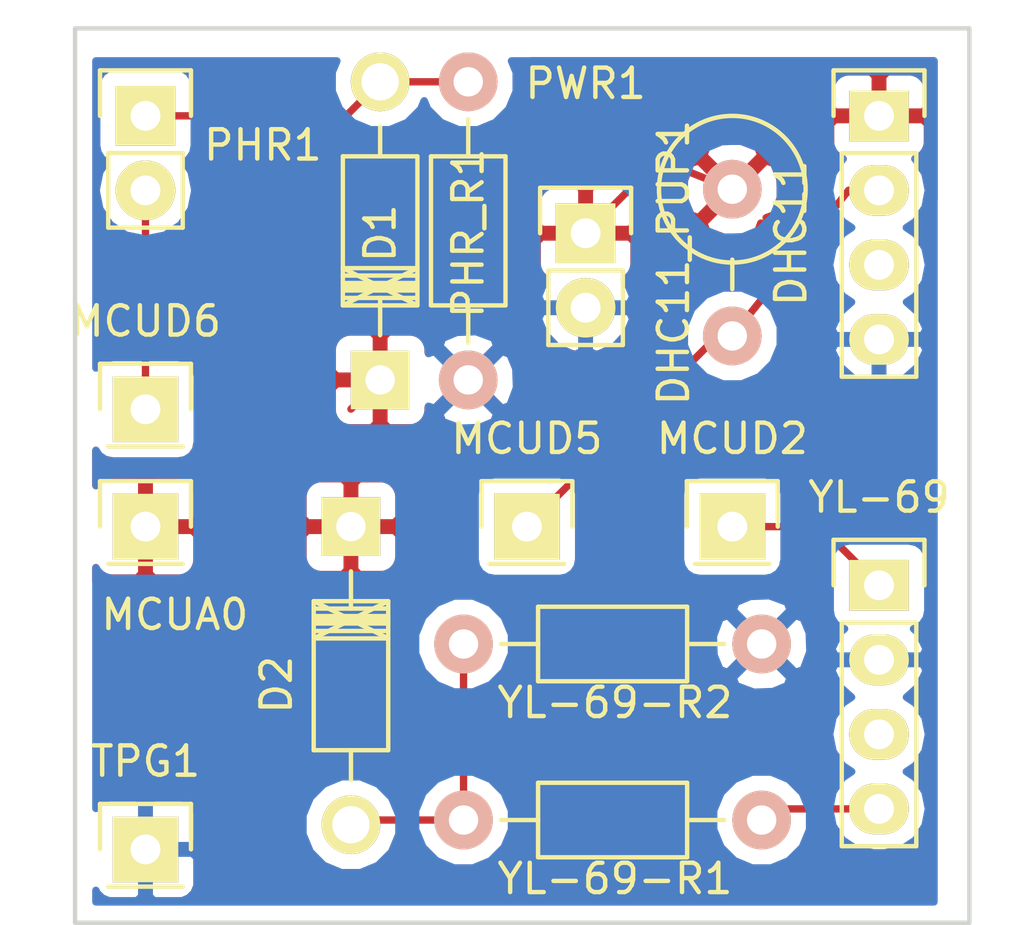
<source format=kicad_pcb>
(kicad_pcb (version 4) (host pcbnew 4.0.1-3.201512221402+6198~38~ubuntu14.04.1-stable)

  (general
    (links 18)
    (no_connects 0)
    (area 101.524999 32.944999 132.155001 63.575001)
    (thickness 1.6)
    (drawings 4)
    (tracks 18)
    (zones 0)
    (modules 15)
    (nets 12)
  )

  (page A4)
  (layers
    (0 F.Cu signal)
    (31 B.Cu signal hide)
    (32 B.Adhes user)
    (33 F.Adhes user)
    (34 B.Paste user)
    (35 F.Paste user)
    (36 B.SilkS user)
    (37 F.SilkS user)
    (38 B.Mask user)
    (39 F.Mask user)
    (40 Dwgs.User user)
    (41 Cmts.User user)
    (42 Eco1.User user)
    (43 Eco2.User user)
    (44 Edge.Cuts user)
    (45 Margin user)
    (46 B.CrtYd user)
    (47 F.CrtYd user)
    (48 B.Fab user)
    (49 F.Fab user)
  )

  (setup
    (last_trace_width 0.5)
    (trace_clearance 0.2)
    (zone_clearance 0.508)
    (zone_45_only no)
    (trace_min 0.2)
    (segment_width 0.2)
    (edge_width 0.15)
    (via_size 0.6)
    (via_drill 0.4)
    (via_min_size 0.4)
    (via_min_drill 0.3)
    (uvia_size 0.3)
    (uvia_drill 0.1)
    (uvias_allowed no)
    (uvia_min_size 0.2)
    (uvia_min_drill 0.1)
    (pcb_text_width 0.3)
    (pcb_text_size 1.5 1.5)
    (mod_edge_width 0.15)
    (mod_text_size 1 1)
    (mod_text_width 0.15)
    (pad_size 1.524 1.524)
    (pad_drill 0.762)
    (pad_to_mask_clearance 0.2)
    (aux_axis_origin 0 0)
    (visible_elements FFFFFF7F)
    (pcbplotparams
      (layerselection 0x010f0_80000001)
      (usegerberextensions true)
      (excludeedgelayer true)
      (linewidth 0.100000)
      (plotframeref false)
      (viasonmask false)
      (mode 1)
      (useauxorigin false)
      (hpglpennumber 1)
      (hpglpenspeed 20)
      (hpglpendiameter 15)
      (hpglpenoverlay 2)
      (psnegative false)
      (psa4output false)
      (plotreference true)
      (plotvalue true)
      (plotinvisibletext false)
      (padsonsilk false)
      (subtractmaskfromsilk false)
      (outputformat 1)
      (mirror false)
      (drillshape 0)
      (scaleselection 1)
      (outputdirectory export/))
  )

  (net 0 "")
  (net 1 "Net-(D1-Pad2)")
  (net 2 "Net-(D1-Pad1)")
  (net 3 "Net-(D2-Pad2)")
  (net 4 +3V3)
  (net 5 "Net-(DHC11-Pad2)")
  (net 6 "Net-(DHC11-Pad3)")
  (net 7 GND)
  (net 8 "Net-(YL-69-Pad3)")
  (net 9 "Net-(YL-69-Pad4)")
  (net 10 "Net-(MCUD2-Pad1)")
  (net 11 "Net-(MCUD6-Pad1)")

  (net_class Default "This is the default net class."
    (clearance 0.2)
    (trace_width 0.5)
    (via_dia 0.6)
    (via_drill 0.4)
    (uvia_dia 0.3)
    (uvia_drill 0.1)
    (add_net +3V3)
    (add_net GND)
    (add_net "Net-(D1-Pad1)")
    (add_net "Net-(D1-Pad2)")
    (add_net "Net-(D2-Pad2)")
    (add_net "Net-(DHC11-Pad2)")
    (add_net "Net-(DHC11-Pad3)")
    (add_net "Net-(MCUD2-Pad1)")
    (add_net "Net-(MCUD6-Pad1)")
    (add_net "Net-(YL-69-Pad3)")
    (add_net "Net-(YL-69-Pad4)")
  )

  (module Diodes_ThroughHole:Diode_DO-41_SOD81_Horizontal_RM10 (layer F.Cu) (tedit 5724B133) (tstamp 5724A93F)
    (at 112 45 90)
    (descr "Diode, DO-41, SOD81, Horizontal, RM 10mm,")
    (tags "Diode, DO-41, SOD81, Horizontal, RM 10mm, 1N4007, SB140,")
    (path /57243B4D)
    (fp_text reference D1 (at 5 0 90) (layer F.SilkS)
      (effects (font (size 1 1) (thickness 0.15)))
    )
    (fp_text value IN5817 (at 4.37134 -3.55854 90) (layer F.Fab)
      (effects (font (size 1 1) (thickness 0.15)))
    )
    (fp_line (start 7.62 -0.00254) (end 8.636 -0.00254) (layer F.SilkS) (width 0.15))
    (fp_line (start 2.794 -0.00254) (end 1.524 -0.00254) (layer F.SilkS) (width 0.15))
    (fp_line (start 3.048 -1.27254) (end 3.048 1.26746) (layer F.SilkS) (width 0.15))
    (fp_line (start 3.302 -1.27254) (end 3.302 1.26746) (layer F.SilkS) (width 0.15))
    (fp_line (start 3.556 -1.27254) (end 3.556 1.26746) (layer F.SilkS) (width 0.15))
    (fp_line (start 2.794 -1.27254) (end 2.794 1.26746) (layer F.SilkS) (width 0.15))
    (fp_line (start 3.81 -1.27254) (end 2.54 1.26746) (layer F.SilkS) (width 0.15))
    (fp_line (start 2.54 -1.27254) (end 3.81 1.26746) (layer F.SilkS) (width 0.15))
    (fp_line (start 3.81 -1.27254) (end 3.81 1.26746) (layer F.SilkS) (width 0.15))
    (fp_line (start 3.175 -1.27254) (end 3.175 1.26746) (layer F.SilkS) (width 0.15))
    (fp_line (start 2.54 1.26746) (end 2.54 -1.27254) (layer F.SilkS) (width 0.15))
    (fp_line (start 2.54 -1.27254) (end 7.62 -1.27254) (layer F.SilkS) (width 0.15))
    (fp_line (start 7.62 -1.27254) (end 7.62 1.26746) (layer F.SilkS) (width 0.15))
    (fp_line (start 7.62 1.26746) (end 2.54 1.26746) (layer F.SilkS) (width 0.15))
    (pad 2 thru_hole circle (at 10.16 -0.00254 270) (size 1.99898 1.99898) (drill 1.27) (layers *.Cu *.Mask F.SilkS)
      (net 1 "Net-(D1-Pad2)"))
    (pad 1 thru_hole rect (at 0 -0.00254 270) (size 1.99898 1.99898) (drill 1.00076) (layers *.Cu *.Mask F.SilkS)
      (net 2 "Net-(D1-Pad1)"))
  )

  (module Diodes_ThroughHole:Diode_DO-41_SOD81_Horizontal_RM10 (layer F.Cu) (tedit 552FFCCE) (tstamp 5724A953)
    (at 111 50 270)
    (descr "Diode, DO-41, SOD81, Horizontal, RM 10mm,")
    (tags "Diode, DO-41, SOD81, Horizontal, RM 10mm, 1N4007, SB140,")
    (path /57243ACA)
    (fp_text reference D2 (at 5.38734 2.53746 270) (layer F.SilkS)
      (effects (font (size 1 1) (thickness 0.15)))
    )
    (fp_text value IN5817 (at 4.37134 -3.55854 270) (layer F.Fab)
      (effects (font (size 1 1) (thickness 0.15)))
    )
    (fp_line (start 7.62 -0.00254) (end 8.636 -0.00254) (layer F.SilkS) (width 0.15))
    (fp_line (start 2.794 -0.00254) (end 1.524 -0.00254) (layer F.SilkS) (width 0.15))
    (fp_line (start 3.048 -1.27254) (end 3.048 1.26746) (layer F.SilkS) (width 0.15))
    (fp_line (start 3.302 -1.27254) (end 3.302 1.26746) (layer F.SilkS) (width 0.15))
    (fp_line (start 3.556 -1.27254) (end 3.556 1.26746) (layer F.SilkS) (width 0.15))
    (fp_line (start 2.794 -1.27254) (end 2.794 1.26746) (layer F.SilkS) (width 0.15))
    (fp_line (start 3.81 -1.27254) (end 2.54 1.26746) (layer F.SilkS) (width 0.15))
    (fp_line (start 2.54 -1.27254) (end 3.81 1.26746) (layer F.SilkS) (width 0.15))
    (fp_line (start 3.81 -1.27254) (end 3.81 1.26746) (layer F.SilkS) (width 0.15))
    (fp_line (start 3.175 -1.27254) (end 3.175 1.26746) (layer F.SilkS) (width 0.15))
    (fp_line (start 2.54 1.26746) (end 2.54 -1.27254) (layer F.SilkS) (width 0.15))
    (fp_line (start 2.54 -1.27254) (end 7.62 -1.27254) (layer F.SilkS) (width 0.15))
    (fp_line (start 7.62 -1.27254) (end 7.62 1.26746) (layer F.SilkS) (width 0.15))
    (fp_line (start 7.62 1.26746) (end 2.54 1.26746) (layer F.SilkS) (width 0.15))
    (pad 2 thru_hole circle (at 10.16 -0.00254 90) (size 1.99898 1.99898) (drill 1.27) (layers *.Cu *.Mask F.SilkS)
      (net 3 "Net-(D2-Pad2)"))
    (pad 1 thru_hole rect (at 0 -0.00254 90) (size 1.99898 1.99898) (drill 1.00076) (layers *.Cu *.Mask F.SilkS)
      (net 2 "Net-(D1-Pad1)"))
  )

  (module Pin_Headers:Pin_Header_Straight_1x04 (layer F.Cu) (tedit 5724B0DA) (tstamp 5724A966)
    (at 129 36)
    (descr "Through hole pin header")
    (tags "pin header")
    (path /572438B6)
    (fp_text reference DHC11 (at -3 4 90) (layer F.SilkS)
      (effects (font (size 1 1) (thickness 0.15)))
    )
    (fp_text value CONN_01X04 (at 0 -3.1) (layer F.Fab)
      (effects (font (size 1 1) (thickness 0.15)))
    )
    (fp_line (start -1.75 -1.75) (end -1.75 9.4) (layer F.CrtYd) (width 0.05))
    (fp_line (start 1.75 -1.75) (end 1.75 9.4) (layer F.CrtYd) (width 0.05))
    (fp_line (start -1.75 -1.75) (end 1.75 -1.75) (layer F.CrtYd) (width 0.05))
    (fp_line (start -1.75 9.4) (end 1.75 9.4) (layer F.CrtYd) (width 0.05))
    (fp_line (start -1.27 1.27) (end -1.27 8.89) (layer F.SilkS) (width 0.15))
    (fp_line (start 1.27 1.27) (end 1.27 8.89) (layer F.SilkS) (width 0.15))
    (fp_line (start 1.55 -1.55) (end 1.55 0) (layer F.SilkS) (width 0.15))
    (fp_line (start -1.27 8.89) (end 1.27 8.89) (layer F.SilkS) (width 0.15))
    (fp_line (start 1.27 1.27) (end -1.27 1.27) (layer F.SilkS) (width 0.15))
    (fp_line (start -1.55 0) (end -1.55 -1.55) (layer F.SilkS) (width 0.15))
    (fp_line (start -1.55 -1.55) (end 1.55 -1.55) (layer F.SilkS) (width 0.15))
    (pad 1 thru_hole rect (at 0 0) (size 2.032 1.7272) (drill 1.016) (layers *.Cu *.Mask F.SilkS)
      (net 4 +3V3))
    (pad 2 thru_hole oval (at 0 2.54) (size 2.032 1.7272) (drill 1.016) (layers *.Cu *.Mask F.SilkS)
      (net 5 "Net-(DHC11-Pad2)"))
    (pad 3 thru_hole oval (at 0 5.08) (size 2.032 1.7272) (drill 1.016) (layers *.Cu *.Mask F.SilkS)
      (net 6 "Net-(DHC11-Pad3)"))
    (pad 4 thru_hole oval (at 0 7.62) (size 2.032 1.7272) (drill 1.016) (layers *.Cu *.Mask F.SilkS)
      (net 7 GND))
    (model Pin_Headers.3dshapes/Pin_Header_Straight_1x04.wrl
      (at (xyz 0 -0.15 0))
      (scale (xyz 1 1 1))
      (rotate (xyz 0 0 90))
    )
  )

  (module Pin_Headers:Pin_Header_Straight_1x01 (layer F.Cu) (tedit 5724B0FB) (tstamp 5724A983)
    (at 104 50)
    (descr "Through hole pin header")
    (tags "pin header")
    (path /5724A922)
    (fp_text reference MCUA0 (at 1 3) (layer F.SilkS)
      (effects (font (size 1 1) (thickness 0.15)))
    )
    (fp_text value CONN_01X01 (at 0 -3.1) (layer F.Fab)
      (effects (font (size 1 1) (thickness 0.15)))
    )
    (fp_line (start 1.55 -1.55) (end 1.55 0) (layer F.SilkS) (width 0.15))
    (fp_line (start -1.75 -1.75) (end -1.75 1.75) (layer F.CrtYd) (width 0.05))
    (fp_line (start 1.75 -1.75) (end 1.75 1.75) (layer F.CrtYd) (width 0.05))
    (fp_line (start -1.75 -1.75) (end 1.75 -1.75) (layer F.CrtYd) (width 0.05))
    (fp_line (start -1.75 1.75) (end 1.75 1.75) (layer F.CrtYd) (width 0.05))
    (fp_line (start -1.55 0) (end -1.55 -1.55) (layer F.SilkS) (width 0.15))
    (fp_line (start -1.55 -1.55) (end 1.55 -1.55) (layer F.SilkS) (width 0.15))
    (fp_line (start -1.27 1.27) (end 1.27 1.27) (layer F.SilkS) (width 0.15))
    (pad 1 thru_hole rect (at 0 0) (size 2.2352 2.2352) (drill 1.016) (layers *.Cu *.Mask F.SilkS)
      (net 2 "Net-(D1-Pad1)"))
    (model Pin_Headers.3dshapes/Pin_Header_Straight_1x01.wrl
      (at (xyz 0 0 0))
      (scale (xyz 1 1 1))
      (rotate (xyz 0 0 90))
    )
  )

  (module Pin_Headers:Pin_Header_Straight_1x01 (layer F.Cu) (tedit 5724AF05) (tstamp 5724A990)
    (at 124 50)
    (descr "Through hole pin header")
    (tags "pin header")
    (path /5724AE62)
    (fp_text reference MCUD2 (at 0 -3) (layer F.SilkS)
      (effects (font (size 1 1) (thickness 0.15)))
    )
    (fp_text value CONN_01X01 (at 0 -3.1) (layer F.Fab)
      (effects (font (size 1 1) (thickness 0.15)))
    )
    (fp_line (start 1.55 -1.55) (end 1.55 0) (layer F.SilkS) (width 0.15))
    (fp_line (start -1.75 -1.75) (end -1.75 1.75) (layer F.CrtYd) (width 0.05))
    (fp_line (start 1.75 -1.75) (end 1.75 1.75) (layer F.CrtYd) (width 0.05))
    (fp_line (start -1.75 -1.75) (end 1.75 -1.75) (layer F.CrtYd) (width 0.05))
    (fp_line (start -1.75 1.75) (end 1.75 1.75) (layer F.CrtYd) (width 0.05))
    (fp_line (start -1.55 0) (end -1.55 -1.55) (layer F.SilkS) (width 0.15))
    (fp_line (start -1.55 -1.55) (end 1.55 -1.55) (layer F.SilkS) (width 0.15))
    (fp_line (start -1.27 1.27) (end 1.27 1.27) (layer F.SilkS) (width 0.15))
    (pad 1 thru_hole rect (at 0 0) (size 2.2352 2.2352) (drill 1.016) (layers *.Cu *.Mask F.SilkS)
      (net 10 "Net-(MCUD2-Pad1)"))
    (model Pin_Headers.3dshapes/Pin_Header_Straight_1x01.wrl
      (at (xyz 0 0 0))
      (scale (xyz 1 1 1))
      (rotate (xyz 0 0 90))
    )
  )

  (module Pin_Headers:Pin_Header_Straight_1x01 (layer F.Cu) (tedit 5724AF0A) (tstamp 5724A99D)
    (at 117 50)
    (descr "Through hole pin header")
    (tags "pin header")
    (path /5724A6BC)
    (fp_text reference MCUD5 (at 0 -3) (layer F.SilkS)
      (effects (font (size 1 1) (thickness 0.15)))
    )
    (fp_text value CONN_01X01 (at 0 -3.1) (layer F.Fab)
      (effects (font (size 1 1) (thickness 0.15)))
    )
    (fp_line (start 1.55 -1.55) (end 1.55 0) (layer F.SilkS) (width 0.15))
    (fp_line (start -1.75 -1.75) (end -1.75 1.75) (layer F.CrtYd) (width 0.05))
    (fp_line (start 1.75 -1.75) (end 1.75 1.75) (layer F.CrtYd) (width 0.05))
    (fp_line (start -1.75 -1.75) (end 1.75 -1.75) (layer F.CrtYd) (width 0.05))
    (fp_line (start -1.75 1.75) (end 1.75 1.75) (layer F.CrtYd) (width 0.05))
    (fp_line (start -1.55 0) (end -1.55 -1.55) (layer F.SilkS) (width 0.15))
    (fp_line (start -1.55 -1.55) (end 1.55 -1.55) (layer F.SilkS) (width 0.15))
    (fp_line (start -1.27 1.27) (end 1.27 1.27) (layer F.SilkS) (width 0.15))
    (pad 1 thru_hole rect (at 0 0) (size 2.2352 2.2352) (drill 1.016) (layers *.Cu *.Mask F.SilkS)
      (net 5 "Net-(DHC11-Pad2)"))
    (model Pin_Headers.3dshapes/Pin_Header_Straight_1x01.wrl
      (at (xyz 0 0 0))
      (scale (xyz 1 1 1))
      (rotate (xyz 0 0 90))
    )
  )

  (module Pin_Headers:Pin_Header_Straight_1x01 (layer F.Cu) (tedit 5724AF53) (tstamp 5724A9AA)
    (at 104 46)
    (descr "Through hole pin header")
    (tags "pin header")
    (path /5724AC23)
    (fp_text reference MCUD6 (at 0 -3) (layer F.SilkS)
      (effects (font (size 1 1) (thickness 0.15)))
    )
    (fp_text value CONN_01X01 (at 0 -3.1) (layer F.Fab)
      (effects (font (size 1 1) (thickness 0.15)))
    )
    (fp_line (start 1.55 -1.55) (end 1.55 0) (layer F.SilkS) (width 0.15))
    (fp_line (start -1.75 -1.75) (end -1.75 1.75) (layer F.CrtYd) (width 0.05))
    (fp_line (start 1.75 -1.75) (end 1.75 1.75) (layer F.CrtYd) (width 0.05))
    (fp_line (start -1.75 -1.75) (end 1.75 -1.75) (layer F.CrtYd) (width 0.05))
    (fp_line (start -1.75 1.75) (end 1.75 1.75) (layer F.CrtYd) (width 0.05))
    (fp_line (start -1.55 0) (end -1.55 -1.55) (layer F.SilkS) (width 0.15))
    (fp_line (start -1.55 -1.55) (end 1.55 -1.55) (layer F.SilkS) (width 0.15))
    (fp_line (start -1.27 1.27) (end 1.27 1.27) (layer F.SilkS) (width 0.15))
    (pad 1 thru_hole rect (at 0 0) (size 2.2352 2.2352) (drill 1.016) (layers *.Cu *.Mask F.SilkS)
      (net 11 "Net-(MCUD6-Pad1)"))
    (model Pin_Headers.3dshapes/Pin_Header_Straight_1x01.wrl
      (at (xyz 0 0 0))
      (scale (xyz 1 1 1))
      (rotate (xyz 0 0 90))
    )
  )

  (module Pin_Headers:Pin_Header_Straight_1x02 (layer F.Cu) (tedit 5724AF80) (tstamp 5724A9BB)
    (at 104 36)
    (descr "Through hole pin header")
    (tags "pin header")
    (path /57243EC0)
    (fp_text reference PHR1 (at 4 1) (layer F.SilkS)
      (effects (font (size 1 1) (thickness 0.15)))
    )
    (fp_text value CONN_01X02 (at 0 -3.1) (layer F.Fab)
      (effects (font (size 1 1) (thickness 0.15)))
    )
    (fp_line (start 1.27 1.27) (end 1.27 3.81) (layer F.SilkS) (width 0.15))
    (fp_line (start 1.55 -1.55) (end 1.55 0) (layer F.SilkS) (width 0.15))
    (fp_line (start -1.75 -1.75) (end -1.75 4.3) (layer F.CrtYd) (width 0.05))
    (fp_line (start 1.75 -1.75) (end 1.75 4.3) (layer F.CrtYd) (width 0.05))
    (fp_line (start -1.75 -1.75) (end 1.75 -1.75) (layer F.CrtYd) (width 0.05))
    (fp_line (start -1.75 4.3) (end 1.75 4.3) (layer F.CrtYd) (width 0.05))
    (fp_line (start 1.27 1.27) (end -1.27 1.27) (layer F.SilkS) (width 0.15))
    (fp_line (start -1.55 0) (end -1.55 -1.55) (layer F.SilkS) (width 0.15))
    (fp_line (start -1.55 -1.55) (end 1.55 -1.55) (layer F.SilkS) (width 0.15))
    (fp_line (start -1.27 1.27) (end -1.27 3.81) (layer F.SilkS) (width 0.15))
    (fp_line (start -1.27 3.81) (end 1.27 3.81) (layer F.SilkS) (width 0.15))
    (pad 1 thru_hole rect (at 0 0) (size 2.032 2.032) (drill 1.016) (layers *.Cu *.Mask F.SilkS)
      (net 1 "Net-(D1-Pad2)"))
    (pad 2 thru_hole oval (at 0 2.54) (size 2.032 2.032) (drill 1.016) (layers *.Cu *.Mask F.SilkS)
      (net 11 "Net-(MCUD6-Pad1)"))
    (model Pin_Headers.3dshapes/Pin_Header_Straight_1x02.wrl
      (at (xyz 0 -0.05 0))
      (scale (xyz 1 1 1))
      (rotate (xyz 0 0 90))
    )
  )

  (module Resistors_ThroughHole:Resistor_Horizontal_RM10mm (layer F.Cu) (tedit 5724B141) (tstamp 5724A9CB)
    (at 115 45 90)
    (descr "Resistor, Axial,  RM 10mm, 1/3W")
    (tags "Resistor Axial RM 10mm 1/3W")
    (path /57243BFE)
    (fp_text reference PHR_R1 (at 5 0 90) (layer F.SilkS)
      (effects (font (size 1 1) (thickness 0.15)))
    )
    (fp_text value 200R (at 5.08 3.81 90) (layer F.Fab)
      (effects (font (size 1 1) (thickness 0.15)))
    )
    (fp_line (start -1.25 -1.5) (end 11.4 -1.5) (layer F.CrtYd) (width 0.05))
    (fp_line (start -1.25 1.5) (end -1.25 -1.5) (layer F.CrtYd) (width 0.05))
    (fp_line (start 11.4 -1.5) (end 11.4 1.5) (layer F.CrtYd) (width 0.05))
    (fp_line (start -1.25 1.5) (end 11.4 1.5) (layer F.CrtYd) (width 0.05))
    (fp_line (start 2.54 -1.27) (end 7.62 -1.27) (layer F.SilkS) (width 0.15))
    (fp_line (start 7.62 -1.27) (end 7.62 1.27) (layer F.SilkS) (width 0.15))
    (fp_line (start 7.62 1.27) (end 2.54 1.27) (layer F.SilkS) (width 0.15))
    (fp_line (start 2.54 1.27) (end 2.54 -1.27) (layer F.SilkS) (width 0.15))
    (fp_line (start 2.54 0) (end 1.27 0) (layer F.SilkS) (width 0.15))
    (fp_line (start 7.62 0) (end 8.89 0) (layer F.SilkS) (width 0.15))
    (pad 1 thru_hole circle (at 0 0 90) (size 1.99898 1.99898) (drill 1.00076) (layers *.Cu *.SilkS *.Mask)
      (net 7 GND))
    (pad 2 thru_hole circle (at 10.16 0 90) (size 1.99898 1.99898) (drill 1.00076) (layers *.Cu *.SilkS *.Mask)
      (net 1 "Net-(D1-Pad2)"))
    (model Resistors_ThroughHole.3dshapes/Resistor_Horizontal_RM10mm.wrl
      (at (xyz 0.2 0 0))
      (scale (xyz 0.4 0.4 0.4))
      (rotate (xyz 0 0 0))
    )
  )

  (module Pin_Headers:Pin_Header_Straight_1x02 (layer F.Cu) (tedit 54EA090C) (tstamp 5724A9DC)
    (at 119 40)
    (descr "Through hole pin header")
    (tags "pin header")
    (path /5724A4BB)
    (fp_text reference PWR1 (at 0 -5.1) (layer F.SilkS)
      (effects (font (size 1 1) (thickness 0.15)))
    )
    (fp_text value CONN_01X02 (at 0 -3.1) (layer F.Fab)
      (effects (font (size 1 1) (thickness 0.15)))
    )
    (fp_line (start 1.27 1.27) (end 1.27 3.81) (layer F.SilkS) (width 0.15))
    (fp_line (start 1.55 -1.55) (end 1.55 0) (layer F.SilkS) (width 0.15))
    (fp_line (start -1.75 -1.75) (end -1.75 4.3) (layer F.CrtYd) (width 0.05))
    (fp_line (start 1.75 -1.75) (end 1.75 4.3) (layer F.CrtYd) (width 0.05))
    (fp_line (start -1.75 -1.75) (end 1.75 -1.75) (layer F.CrtYd) (width 0.05))
    (fp_line (start -1.75 4.3) (end 1.75 4.3) (layer F.CrtYd) (width 0.05))
    (fp_line (start 1.27 1.27) (end -1.27 1.27) (layer F.SilkS) (width 0.15))
    (fp_line (start -1.55 0) (end -1.55 -1.55) (layer F.SilkS) (width 0.15))
    (fp_line (start -1.55 -1.55) (end 1.55 -1.55) (layer F.SilkS) (width 0.15))
    (fp_line (start -1.27 1.27) (end -1.27 3.81) (layer F.SilkS) (width 0.15))
    (fp_line (start -1.27 3.81) (end 1.27 3.81) (layer F.SilkS) (width 0.15))
    (pad 1 thru_hole rect (at 0 0) (size 2.032 2.032) (drill 1.016) (layers *.Cu *.Mask F.SilkS)
      (net 4 +3V3))
    (pad 2 thru_hole oval (at 0 2.54) (size 2.032 2.032) (drill 1.016) (layers *.Cu *.Mask F.SilkS)
      (net 7 GND))
    (model Pin_Headers.3dshapes/Pin_Header_Straight_1x02.wrl
      (at (xyz 0 -0.05 0))
      (scale (xyz 1 1 1))
      (rotate (xyz 0 0 90))
    )
  )

  (module Pin_Headers:Pin_Header_Straight_1x04 (layer F.Cu) (tedit 5724AEFB) (tstamp 5724A9EF)
    (at 129 52)
    (descr "Through hole pin header")
    (tags "pin header")
    (path /5724435F)
    (fp_text reference YL-69 (at 0 -3) (layer F.SilkS)
      (effects (font (size 1 1) (thickness 0.15)))
    )
    (fp_text value CONN_01X04 (at 0 -3.1) (layer F.Fab)
      (effects (font (size 1 1) (thickness 0.15)))
    )
    (fp_line (start -1.75 -1.75) (end -1.75 9.4) (layer F.CrtYd) (width 0.05))
    (fp_line (start 1.75 -1.75) (end 1.75 9.4) (layer F.CrtYd) (width 0.05))
    (fp_line (start -1.75 -1.75) (end 1.75 -1.75) (layer F.CrtYd) (width 0.05))
    (fp_line (start -1.75 9.4) (end 1.75 9.4) (layer F.CrtYd) (width 0.05))
    (fp_line (start -1.27 1.27) (end -1.27 8.89) (layer F.SilkS) (width 0.15))
    (fp_line (start 1.27 1.27) (end 1.27 8.89) (layer F.SilkS) (width 0.15))
    (fp_line (start 1.55 -1.55) (end 1.55 0) (layer F.SilkS) (width 0.15))
    (fp_line (start -1.27 8.89) (end 1.27 8.89) (layer F.SilkS) (width 0.15))
    (fp_line (start 1.27 1.27) (end -1.27 1.27) (layer F.SilkS) (width 0.15))
    (fp_line (start -1.55 0) (end -1.55 -1.55) (layer F.SilkS) (width 0.15))
    (fp_line (start -1.55 -1.55) (end 1.55 -1.55) (layer F.SilkS) (width 0.15))
    (pad 1 thru_hole rect (at 0 0) (size 2.032 1.7272) (drill 1.016) (layers *.Cu *.Mask F.SilkS)
      (net 10 "Net-(MCUD2-Pad1)"))
    (pad 2 thru_hole oval (at 0 2.54) (size 2.032 1.7272) (drill 1.016) (layers *.Cu *.Mask F.SilkS)
      (net 7 GND))
    (pad 3 thru_hole oval (at 0 5.08) (size 2.032 1.7272) (drill 1.016) (layers *.Cu *.Mask F.SilkS)
      (net 8 "Net-(YL-69-Pad3)"))
    (pad 4 thru_hole oval (at 0 7.62) (size 2.032 1.7272) (drill 1.016) (layers *.Cu *.Mask F.SilkS)
      (net 9 "Net-(YL-69-Pad4)"))
    (model Pin_Headers.3dshapes/Pin_Header_Straight_1x04.wrl
      (at (xyz 0 -0.15 0))
      (scale (xyz 1 1 1))
      (rotate (xyz 0 0 90))
    )
  )

  (module Resistors_ThroughHole:Resistor_Horizontal_RM10mm (layer F.Cu) (tedit 5724AF13) (tstamp 5724A9FF)
    (at 125 60 180)
    (descr "Resistor, Axial,  RM 10mm, 1/3W")
    (tags "Resistor Axial RM 10mm 1/3W")
    (path /57243D07)
    (fp_text reference YL-69-R1 (at 5 -2 180) (layer F.SilkS)
      (effects (font (size 1 1) (thickness 0.15)))
    )
    (fp_text value 10K (at 5.08 3.81 180) (layer F.Fab)
      (effects (font (size 1 1) (thickness 0.15)))
    )
    (fp_line (start -1.25 -1.5) (end 11.4 -1.5) (layer F.CrtYd) (width 0.05))
    (fp_line (start -1.25 1.5) (end -1.25 -1.5) (layer F.CrtYd) (width 0.05))
    (fp_line (start 11.4 -1.5) (end 11.4 1.5) (layer F.CrtYd) (width 0.05))
    (fp_line (start -1.25 1.5) (end 11.4 1.5) (layer F.CrtYd) (width 0.05))
    (fp_line (start 2.54 -1.27) (end 7.62 -1.27) (layer F.SilkS) (width 0.15))
    (fp_line (start 7.62 -1.27) (end 7.62 1.27) (layer F.SilkS) (width 0.15))
    (fp_line (start 7.62 1.27) (end 2.54 1.27) (layer F.SilkS) (width 0.15))
    (fp_line (start 2.54 1.27) (end 2.54 -1.27) (layer F.SilkS) (width 0.15))
    (fp_line (start 2.54 0) (end 1.27 0) (layer F.SilkS) (width 0.15))
    (fp_line (start 7.62 0) (end 8.89 0) (layer F.SilkS) (width 0.15))
    (pad 1 thru_hole circle (at 0 0 180) (size 1.99898 1.99898) (drill 1.00076) (layers *.Cu *.SilkS *.Mask)
      (net 9 "Net-(YL-69-Pad4)"))
    (pad 2 thru_hole circle (at 10.16 0 180) (size 1.99898 1.99898) (drill 1.00076) (layers *.Cu *.SilkS *.Mask)
      (net 3 "Net-(D2-Pad2)"))
    (model Resistors_ThroughHole.3dshapes/Resistor_Horizontal_RM10mm.wrl
      (at (xyz 0.2 0 0))
      (scale (xyz 0.4 0.4 0.4))
      (rotate (xyz 0 0 0))
    )
  )

  (module Resistors_ThroughHole:Resistor_Horizontal_RM10mm (layer F.Cu) (tedit 5724AF27) (tstamp 5724AA0F)
    (at 125 54 180)
    (descr "Resistor, Axial,  RM 10mm, 1/3W")
    (tags "Resistor Axial RM 10mm 1/3W")
    (path /57243CB4)
    (fp_text reference YL-69-R2 (at 5 -2 180) (layer F.SilkS)
      (effects (font (size 1 1) (thickness 0.15)))
    )
    (fp_text value 5K (at 5.08 3.81 180) (layer F.Fab)
      (effects (font (size 1 1) (thickness 0.15)))
    )
    (fp_line (start -1.25 -1.5) (end 11.4 -1.5) (layer F.CrtYd) (width 0.05))
    (fp_line (start -1.25 1.5) (end -1.25 -1.5) (layer F.CrtYd) (width 0.05))
    (fp_line (start 11.4 -1.5) (end 11.4 1.5) (layer F.CrtYd) (width 0.05))
    (fp_line (start -1.25 1.5) (end 11.4 1.5) (layer F.CrtYd) (width 0.05))
    (fp_line (start 2.54 -1.27) (end 7.62 -1.27) (layer F.SilkS) (width 0.15))
    (fp_line (start 7.62 -1.27) (end 7.62 1.27) (layer F.SilkS) (width 0.15))
    (fp_line (start 7.62 1.27) (end 2.54 1.27) (layer F.SilkS) (width 0.15))
    (fp_line (start 2.54 1.27) (end 2.54 -1.27) (layer F.SilkS) (width 0.15))
    (fp_line (start 2.54 0) (end 1.27 0) (layer F.SilkS) (width 0.15))
    (fp_line (start 7.62 0) (end 8.89 0) (layer F.SilkS) (width 0.15))
    (pad 1 thru_hole circle (at 0 0 180) (size 1.99898 1.99898) (drill 1.00076) (layers *.Cu *.SilkS *.Mask)
      (net 7 GND))
    (pad 2 thru_hole circle (at 10.16 0 180) (size 1.99898 1.99898) (drill 1.00076) (layers *.Cu *.SilkS *.Mask)
      (net 3 "Net-(D2-Pad2)"))
    (model Resistors_ThroughHole.3dshapes/Resistor_Horizontal_RM10mm.wrl
      (at (xyz 0.2 0 0))
      (scale (xyz 0.4 0.4 0.4))
      (rotate (xyz 0 0 0))
    )
  )

  (module Resistors_ThroughHole:Resistor_Vertical_RM5mm (layer F.Cu) (tedit 5724B0B5) (tstamp 5724AC19)
    (at 124 41 270)
    (descr "Resistor, Vertical, RM 5mm, 1/3W,")
    (tags "Resistor, Vertical, RM 5mm, 1/3W,")
    (path /57243970)
    (fp_text reference DHC11_PUP1 (at 0 2 270) (layer F.SilkS)
      (effects (font (size 1 1) (thickness 0.15)))
    )
    (fp_text value 10K (at 0 4.50088 270) (layer F.Fab)
      (effects (font (size 1 1) (thickness 0.15)))
    )
    (fp_line (start -0.09906 0) (end 0.9017 0) (layer F.SilkS) (width 0.15))
    (fp_circle (center -2.49936 0) (end 0 0) (layer F.SilkS) (width 0.15))
    (pad 1 thru_hole circle (at -2.49936 0 270) (size 1.99898 1.99898) (drill 1.00076) (layers *.Cu *.SilkS *.Mask)
      (net 4 +3V3))
    (pad 2 thru_hole circle (at 2.5019 0 270) (size 1.99898 1.99898) (drill 1.00076) (layers *.Cu *.SilkS *.Mask)
      (net 5 "Net-(DHC11-Pad2)"))
  )

  (module Pin_Headers:Pin_Header_Straight_1x01 (layer F.Cu) (tedit 5724B1F9) (tstamp 5724B1DA)
    (at 104 61)
    (descr "Through hole pin header")
    (tags "pin header")
    (path /5724B55A)
    (fp_text reference TPG1 (at 0 -3) (layer F.SilkS)
      (effects (font (size 1 1) (thickness 0.15)))
    )
    (fp_text value CONN_01X01 (at 0 -3.1) (layer F.Fab)
      (effects (font (size 1 1) (thickness 0.15)))
    )
    (fp_line (start 1.55 -1.55) (end 1.55 0) (layer F.SilkS) (width 0.15))
    (fp_line (start -1.75 -1.75) (end -1.75 1.75) (layer F.CrtYd) (width 0.05))
    (fp_line (start 1.75 -1.75) (end 1.75 1.75) (layer F.CrtYd) (width 0.05))
    (fp_line (start -1.75 -1.75) (end 1.75 -1.75) (layer F.CrtYd) (width 0.05))
    (fp_line (start -1.75 1.75) (end 1.75 1.75) (layer F.CrtYd) (width 0.05))
    (fp_line (start -1.55 0) (end -1.55 -1.55) (layer F.SilkS) (width 0.15))
    (fp_line (start -1.55 -1.55) (end 1.55 -1.55) (layer F.SilkS) (width 0.15))
    (fp_line (start -1.27 1.27) (end 1.27 1.27) (layer F.SilkS) (width 0.15))
    (pad 1 thru_hole rect (at 0 0) (size 2.2352 2.2352) (drill 1.016) (layers *.Cu *.Mask F.SilkS)
      (net 7 GND))
    (model Pin_Headers.3dshapes/Pin_Header_Straight_1x01.wrl
      (at (xyz 0 0 0))
      (scale (xyz 1 1 1))
      (rotate (xyz 0 0 90))
    )
  )

  (gr_line (start 101.6 63.5) (end 101.6 33.02) (angle 90) (layer Edge.Cuts) (width 0.15))
  (gr_line (start 132.08 63.5) (end 101.6 63.5) (angle 90) (layer Edge.Cuts) (width 0.15))
  (gr_line (start 132.08 33.02) (end 132.08 63.5) (angle 90) (layer Edge.Cuts) (width 0.15))
  (gr_line (start 101.6 33.02) (end 132.08 33.02) (angle 90) (layer Edge.Cuts) (width 0.15))

  (segment (start 111.99746 34.84) (end 115 34.84) (width 0.25) (layer F.Cu) (net 1))
  (segment (start 104 36) (end 110.83746 36) (width 0.25) (layer F.Cu) (net 1))
  (segment (start 110.83746 36) (end 111.99746 34.84) (width 0.25) (layer F.Cu) (net 1) (tstamp 5724B243))
  (segment (start 111.00254 45.99492) (end 111.99746 45) (width 0.25) (layer F.Cu) (net 2) (tstamp 5724B232))
  (segment (start 114.84 60) (end 111.16254 60) (width 0.25) (layer F.Cu) (net 3))
  (segment (start 111.16254 60) (end 111.00254 60.16) (width 0.25) (layer F.Cu) (net 3) (tstamp 5724B22F))
  (segment (start 114.84 54) (end 114.84 60) (width 0.25) (layer F.Cu) (net 3))
  (segment (start 124 38.50064) (end 121.49936 37.50064) (width 0.25) (layer F.Cu) (net 4) (status 10))
  (segment (start 121.49936 37.50064) (end 119 40) (width 0.25) (layer F.Cu) (net 4) (tstamp 5724B215))
  (segment (start 124 43.5019) (end 123.4981 43.5019) (width 0.25) (layer F.Cu) (net 5) (status 30))
  (segment (start 123.4981 43.5019) (end 117 50) (width 0.25) (layer F.Cu) (net 5) (tstamp 5724B221) (status 10))
  (segment (start 129 38.54) (end 127.9619 38.54) (width 0.25) (layer F.Cu) (net 5))
  (segment (start 127.9619 38.54) (end 124 43.5019) (width 0.25) (layer F.Cu) (net 5) (tstamp 5724B21C) (status 20))
  (segment (start 129 59.62) (end 125.38 59.62) (width 0.25) (layer F.Cu) (net 9))
  (segment (start 125.38 59.62) (end 125 60) (width 0.25) (layer F.Cu) (net 9) (tstamp 5724B22A))
  (segment (start 124 50) (end 127 50) (width 0.25) (layer F.Cu) (net 10) (status 10))
  (segment (start 127 50) (end 129 52) (width 0.25) (layer F.Cu) (net 10) (tstamp 5724B224))
  (segment (start 104 46) (end 104 38.54) (width 0.25) (layer F.Cu) (net 11))

  (zone (net 4) (net_name +3V3) (layer F.Cu) (tstamp 5724B281) (hatch edge 0.508)
    (connect_pads (clearance 0.508))
    (min_thickness 0.254)
    (fill yes (arc_segments 16) (thermal_gap 0.508) (thermal_bridge_width 0.508))
    (polygon
      (pts
        (xy 131 39) (xy 126 39) (xy 120 45) (xy 117 45) (xy 117 34)
        (xy 131 34) (xy 131 39)
      )
    )
    (filled_polygon
      (pts
        (xy 130.873 38.873) (xy 130.617107 38.873) (xy 130.683345 38.54) (xy 130.569271 37.966511) (xy 130.244415 37.48033)
        (xy 130.22222 37.4655) (xy 130.375698 37.401927) (xy 130.554327 37.223299) (xy 130.651 36.98991) (xy 130.651 36.28575)
        (xy 130.49225 36.127) (xy 129.127 36.127) (xy 129.127 36.147) (xy 128.873 36.147) (xy 128.873 36.127)
        (xy 127.50775 36.127) (xy 127.349 36.28575) (xy 127.349 36.98991) (xy 127.445673 37.223299) (xy 127.624302 37.401927)
        (xy 127.77778 37.4655) (xy 127.755585 37.48033) (xy 127.430729 37.966511) (xy 127.423149 38.00462) (xy 127.400718 38.03819)
        (xy 127.367995 38.065788) (xy 126.723465 38.873) (xy 126 38.873) (xy 125.95059 38.883006) (xy 125.910197 38.910197)
        (xy 125.249681 39.570713) (xy 125.152164 39.473196) (xy 125.418965 39.374598) (xy 125.645401 38.765058) (xy 125.621341 38.115263)
        (xy 125.418965 37.626682) (xy 125.152163 37.528083) (xy 124.179605 38.50064) (xy 124.193748 38.514782) (xy 124.014142 38.694388)
        (xy 124 38.680245) (xy 123.027443 39.652803) (xy 123.126042 39.919605) (xy 123.735582 40.146041) (xy 124.385377 40.121981)
        (xy 124.873958 39.919605) (xy 124.972556 39.652804) (xy 125.070073 39.750321) (xy 119.947394 44.873) (xy 117.127 44.873)
        (xy 117.127 42.54) (xy 117.316655 42.54) (xy 117.44233 43.17181) (xy 117.800222 43.707433) (xy 118.335845 44.065325)
        (xy 118.967655 44.191) (xy 119.032345 44.191) (xy 119.664155 44.065325) (xy 120.199778 43.707433) (xy 120.55767 43.17181)
        (xy 120.683345 42.54) (xy 120.55767 41.90819) (xy 120.333034 41.571999) (xy 120.375698 41.554327) (xy 120.554327 41.375699)
        (xy 120.651 41.14231) (xy 120.651 40.28575) (xy 120.49225 40.127) (xy 119.127 40.127) (xy 119.127 40.147)
        (xy 118.873 40.147) (xy 118.873 40.127) (xy 117.50775 40.127) (xy 117.349 40.28575) (xy 117.349 41.14231)
        (xy 117.445673 41.375699) (xy 117.624302 41.554327) (xy 117.666966 41.571999) (xy 117.44233 41.90819) (xy 117.316655 42.54)
        (xy 117.127 42.54) (xy 117.127 38.85769) (xy 117.349 38.85769) (xy 117.349 39.71425) (xy 117.50775 39.873)
        (xy 118.873 39.873) (xy 118.873 38.50775) (xy 119.127 38.50775) (xy 119.127 39.873) (xy 120.49225 39.873)
        (xy 120.651 39.71425) (xy 120.651 38.85769) (xy 120.554327 38.624301) (xy 120.375698 38.445673) (xy 120.142309 38.349)
        (xy 119.28575 38.349) (xy 119.127 38.50775) (xy 118.873 38.50775) (xy 118.71425 38.349) (xy 117.857691 38.349)
        (xy 117.624302 38.445673) (xy 117.445673 38.624301) (xy 117.349 38.85769) (xy 117.127 38.85769) (xy 117.127 38.236222)
        (xy 122.354599 38.236222) (xy 122.378659 38.886017) (xy 122.581035 39.374598) (xy 122.847837 39.473197) (xy 123.820395 38.50064)
        (xy 122.847837 37.528083) (xy 122.581035 37.626682) (xy 122.354599 38.236222) (xy 117.127 38.236222) (xy 117.127 37.348477)
        (xy 123.027443 37.348477) (xy 124 38.321035) (xy 124.972557 37.348477) (xy 124.873958 37.081675) (xy 124.264418 36.855239)
        (xy 123.614623 36.879299) (xy 123.126042 37.081675) (xy 123.027443 37.348477) (xy 117.127 37.348477) (xy 117.127 35.01009)
        (xy 127.349 35.01009) (xy 127.349 35.71425) (xy 127.50775 35.873) (xy 128.873 35.873) (xy 128.873 34.66015)
        (xy 129.127 34.66015) (xy 129.127 35.873) (xy 130.49225 35.873) (xy 130.651 35.71425) (xy 130.651 35.01009)
        (xy 130.554327 34.776701) (xy 130.375698 34.598073) (xy 130.142309 34.5014) (xy 129.28575 34.5014) (xy 129.127 34.66015)
        (xy 128.873 34.66015) (xy 128.71425 34.5014) (xy 127.857691 34.5014) (xy 127.624302 34.598073) (xy 127.445673 34.776701)
        (xy 127.349 35.01009) (xy 117.127 35.01009) (xy 117.127 34.127) (xy 130.873 34.127)
      )
    )
  )
  (zone (net 2) (net_name "Net-(D1-Pad1)") (layer F.Cu) (tstamp 5724B3C5) (hatch edge 0.508)
    (connect_pads (clearance 0.508))
    (min_thickness 0.254)
    (fill yes (arc_segments 16) (thermal_gap 0.508) (thermal_bridge_width 0.508))
    (polygon
      (pts
        (xy 110 43) (xy 114 43) (xy 114 52) (xy 102 52) (xy 102 47)
        (xy 110 43)
      )
    )
    (filled_polygon
      (pts
        (xy 113.873 43.81553) (xy 113.63195 44.05616) (xy 113.63195 43.874201) (xy 113.535277 43.640812) (xy 113.356649 43.462183)
        (xy 113.12326 43.36551) (xy 112.28321 43.36551) (xy 112.12446 43.52426) (xy 112.12446 44.873) (xy 112.14446 44.873)
        (xy 112.14446 45.127) (xy 112.12446 45.127) (xy 112.12446 46.47574) (xy 112.28321 46.63449) (xy 113.12326 46.63449)
        (xy 113.356649 46.537817) (xy 113.535277 46.359188) (xy 113.63195 46.125799) (xy 113.63195 45.943099) (xy 113.873 46.18457)
        (xy 113.873 51.873) (xy 102.31 51.873) (xy 102.31 51.39504) (xy 102.344073 51.477299) (xy 102.522702 51.655927)
        (xy 102.756091 51.7526) (xy 103.71425 51.7526) (xy 103.873 51.59385) (xy 103.873 50.127) (xy 104.127 50.127)
        (xy 104.127 51.59385) (xy 104.28575 51.7526) (xy 105.243909 51.7526) (xy 105.477298 51.655927) (xy 105.655927 51.477299)
        (xy 105.7526 51.24391) (xy 105.7526 50.28575) (xy 109.36805 50.28575) (xy 109.36805 51.125799) (xy 109.464723 51.359188)
        (xy 109.643351 51.537817) (xy 109.87674 51.63449) (xy 110.71679 51.63449) (xy 110.87554 51.47574) (xy 110.87554 50.127)
        (xy 111.12954 50.127) (xy 111.12954 51.47574) (xy 111.28829 51.63449) (xy 112.12834 51.63449) (xy 112.361729 51.537817)
        (xy 112.540357 51.359188) (xy 112.63703 51.125799) (xy 112.63703 50.28575) (xy 112.47828 50.127) (xy 111.12954 50.127)
        (xy 110.87554 50.127) (xy 109.5268 50.127) (xy 109.36805 50.28575) (xy 105.7526 50.28575) (xy 105.59385 50.127)
        (xy 104.127 50.127) (xy 103.873 50.127) (xy 103.853 50.127) (xy 103.853 49.873) (xy 103.873 49.873)
        (xy 103.873 48.40615) (xy 104.127 48.40615) (xy 104.127 49.873) (xy 105.59385 49.873) (xy 105.7526 49.71425)
        (xy 105.7526 48.874201) (xy 109.36805 48.874201) (xy 109.36805 49.71425) (xy 109.5268 49.873) (xy 110.87554 49.873)
        (xy 110.87554 48.52426) (xy 111.12954 48.52426) (xy 111.12954 49.873) (xy 112.47828 49.873) (xy 112.63703 49.71425)
        (xy 112.63703 48.874201) (xy 112.540357 48.640812) (xy 112.361729 48.462183) (xy 112.12834 48.36551) (xy 111.28829 48.36551)
        (xy 111.12954 48.52426) (xy 110.87554 48.52426) (xy 110.71679 48.36551) (xy 109.87674 48.36551) (xy 109.643351 48.462183)
        (xy 109.464723 48.640812) (xy 109.36805 48.874201) (xy 105.7526 48.874201) (xy 105.7526 48.75609) (xy 105.655927 48.522701)
        (xy 105.477298 48.344073) (xy 105.243909 48.2474) (xy 104.28575 48.2474) (xy 104.127 48.40615) (xy 103.873 48.40615)
        (xy 103.71425 48.2474) (xy 102.756091 48.2474) (xy 102.522702 48.344073) (xy 102.344073 48.522701) (xy 102.31 48.60496)
        (xy 102.31 47.400722) (xy 102.41831 47.569041) (xy 102.63051 47.714031) (xy 102.8824 47.76504) (xy 105.1176 47.76504)
        (xy 105.352917 47.720762) (xy 105.569041 47.58169) (xy 105.714031 47.36949) (xy 105.76504 47.1176) (xy 105.76504 45.28575)
        (xy 110.36297 45.28575) (xy 110.36297 46.125799) (xy 110.459643 46.359188) (xy 110.638271 46.537817) (xy 110.87166 46.63449)
        (xy 111.71171 46.63449) (xy 111.87046 46.47574) (xy 111.87046 45.127) (xy 110.52172 45.127) (xy 110.36297 45.28575)
        (xy 105.76504 45.28575) (xy 105.76504 45.25947) (xy 108.535578 43.874201) (xy 110.36297 43.874201) (xy 110.36297 44.71425)
        (xy 110.52172 44.873) (xy 111.87046 44.873) (xy 111.87046 43.52426) (xy 111.71171 43.36551) (xy 110.87166 43.36551)
        (xy 110.638271 43.462183) (xy 110.459643 43.640812) (xy 110.36297 43.874201) (xy 108.535578 43.874201) (xy 110.02998 43.127)
        (xy 113.873 43.127)
      )
    )
  )
  (zone (net 7) (net_name GND) (layer B.Cu) (tstamp 5724B521) (hatch edge 0.508)
    (connect_pads (clearance 0.508))
    (min_thickness 0.254)
    (fill yes (arc_segments 16) (thermal_gap 0.508) (thermal_bridge_width 0.508))
    (polygon
      (pts
        (xy 102 34) (xy 131 34) (xy 131 63) (xy 102 63)
      )
    )
    (filled_polygon
      (pts
        (xy 110.363254 34.513453) (xy 110.362686 35.163694) (xy 110.610998 35.764655) (xy 111.070387 36.224846) (xy 111.670913 36.474206)
        (xy 112.321154 36.474774) (xy 112.922115 36.226462) (xy 113.382306 35.767073) (xy 113.498708 35.486745) (xy 113.613538 35.764655)
        (xy 114.072927 36.224846) (xy 114.673453 36.474206) (xy 115.323694 36.474774) (xy 115.924655 36.226462) (xy 116.384846 35.767073)
        (xy 116.634206 35.166547) (xy 116.634774 34.516306) (xy 116.473916 34.127) (xy 130.873 34.127) (xy 130.873 62.79)
        (xy 102.31 62.79) (xy 102.31 62.39504) (xy 102.344073 62.477299) (xy 102.522702 62.655927) (xy 102.756091 62.7526)
        (xy 103.71425 62.7526) (xy 103.873 62.59385) (xy 103.873 61.127) (xy 104.127 61.127) (xy 104.127 62.59385)
        (xy 104.28575 62.7526) (xy 105.243909 62.7526) (xy 105.477298 62.655927) (xy 105.655927 62.477299) (xy 105.7526 62.24391)
        (xy 105.7526 61.28575) (xy 105.59385 61.127) (xy 104.127 61.127) (xy 103.873 61.127) (xy 103.853 61.127)
        (xy 103.853 60.873) (xy 103.873 60.873) (xy 103.873 59.40615) (xy 104.127 59.40615) (xy 104.127 60.873)
        (xy 105.59385 60.873) (xy 105.7526 60.71425) (xy 105.7526 60.483694) (xy 109.367766 60.483694) (xy 109.616078 61.084655)
        (xy 110.075467 61.544846) (xy 110.675993 61.794206) (xy 111.326234 61.794774) (xy 111.927195 61.546462) (xy 112.387386 61.087073)
        (xy 112.636746 60.486547) (xy 112.636888 60.323694) (xy 113.205226 60.323694) (xy 113.453538 60.924655) (xy 113.912927 61.384846)
        (xy 114.513453 61.634206) (xy 115.163694 61.634774) (xy 115.764655 61.386462) (xy 116.224846 60.927073) (xy 116.474206 60.326547)
        (xy 116.474208 60.323694) (xy 123.365226 60.323694) (xy 123.613538 60.924655) (xy 124.072927 61.384846) (xy 124.673453 61.634206)
        (xy 125.323694 61.634774) (xy 125.924655 61.386462) (xy 126.384846 60.927073) (xy 126.634206 60.326547) (xy 126.634774 59.676306)
        (xy 126.386462 59.075345) (xy 125.927073 58.615154) (xy 125.326547 58.365794) (xy 124.676306 58.365226) (xy 124.075345 58.613538)
        (xy 123.615154 59.072927) (xy 123.365794 59.673453) (xy 123.365226 60.323694) (xy 116.474208 60.323694) (xy 116.474774 59.676306)
        (xy 116.226462 59.075345) (xy 115.767073 58.615154) (xy 115.166547 58.365794) (xy 114.516306 58.365226) (xy 113.915345 58.613538)
        (xy 113.455154 59.072927) (xy 113.205794 59.673453) (xy 113.205226 60.323694) (xy 112.636888 60.323694) (xy 112.637314 59.836306)
        (xy 112.389002 59.235345) (xy 111.929613 58.775154) (xy 111.329087 58.525794) (xy 110.678846 58.525226) (xy 110.077885 58.773538)
        (xy 109.617694 59.232927) (xy 109.368334 59.833453) (xy 109.367766 60.483694) (xy 105.7526 60.483694) (xy 105.7526 59.75609)
        (xy 105.655927 59.522701) (xy 105.477298 59.344073) (xy 105.243909 59.2474) (xy 104.28575 59.2474) (xy 104.127 59.40615)
        (xy 103.873 59.40615) (xy 103.71425 59.2474) (xy 102.756091 59.2474) (xy 102.522702 59.344073) (xy 102.344073 59.522701)
        (xy 102.31 59.60496) (xy 102.31 57.08) (xy 127.316655 57.08) (xy 127.430729 57.653489) (xy 127.755585 58.13967)
        (xy 128.070366 58.35) (xy 127.755585 58.56033) (xy 127.430729 59.046511) (xy 127.316655 59.62) (xy 127.430729 60.193489)
        (xy 127.755585 60.67967) (xy 128.241766 61.004526) (xy 128.815255 61.1186) (xy 129.184745 61.1186) (xy 129.758234 61.004526)
        (xy 130.244415 60.67967) (xy 130.569271 60.193489) (xy 130.683345 59.62) (xy 130.569271 59.046511) (xy 130.244415 58.56033)
        (xy 129.929634 58.35) (xy 130.244415 58.13967) (xy 130.569271 57.653489) (xy 130.683345 57.08) (xy 130.569271 56.506511)
        (xy 130.244415 56.02033) (xy 129.934931 55.813539) (xy 130.350732 55.442036) (xy 130.604709 54.914791) (xy 130.607358 54.899026)
        (xy 130.486217 54.667) (xy 129.127 54.667) (xy 129.127 54.687) (xy 128.873 54.687) (xy 128.873 54.667)
        (xy 127.513783 54.667) (xy 127.392642 54.899026) (xy 127.395291 54.914791) (xy 127.649268 55.442036) (xy 128.065069 55.813539)
        (xy 127.755585 56.02033) (xy 127.430729 56.506511) (xy 127.316655 57.08) (xy 102.31 57.08) (xy 102.31 54.323694)
        (xy 113.205226 54.323694) (xy 113.453538 54.924655) (xy 113.912927 55.384846) (xy 114.513453 55.634206) (xy 115.163694 55.634774)
        (xy 115.764655 55.386462) (xy 115.999363 55.152163) (xy 124.027443 55.152163) (xy 124.126042 55.418965) (xy 124.735582 55.645401)
        (xy 125.385377 55.621341) (xy 125.873958 55.418965) (xy 125.972557 55.152163) (xy 125 54.179605) (xy 124.027443 55.152163)
        (xy 115.999363 55.152163) (xy 116.224846 54.927073) (xy 116.474206 54.326547) (xy 116.474722 53.735582) (xy 123.354599 53.735582)
        (xy 123.378659 54.385377) (xy 123.581035 54.873958) (xy 123.847837 54.972557) (xy 124.820395 54) (xy 125.179605 54)
        (xy 126.152163 54.972557) (xy 126.418965 54.873958) (xy 126.645401 54.264418) (xy 126.621341 53.614623) (xy 126.418965 53.126042)
        (xy 126.152163 53.027443) (xy 125.179605 54) (xy 124.820395 54) (xy 123.847837 53.027443) (xy 123.581035 53.126042)
        (xy 123.354599 53.735582) (xy 116.474722 53.735582) (xy 116.474774 53.676306) (xy 116.226462 53.075345) (xy 115.999351 52.847837)
        (xy 124.027443 52.847837) (xy 125 53.820395) (xy 125.972557 52.847837) (xy 125.873958 52.581035) (xy 125.264418 52.354599)
        (xy 124.614623 52.378659) (xy 124.126042 52.581035) (xy 124.027443 52.847837) (xy 115.999351 52.847837) (xy 115.767073 52.615154)
        (xy 115.166547 52.365794) (xy 114.516306 52.365226) (xy 113.915345 52.613538) (xy 113.455154 53.072927) (xy 113.205794 53.673453)
        (xy 113.205226 54.323694) (xy 102.31 54.323694) (xy 102.31 51.400722) (xy 102.41831 51.569041) (xy 102.63051 51.714031)
        (xy 102.8824 51.76504) (xy 105.1176 51.76504) (xy 105.352917 51.720762) (xy 105.569041 51.58169) (xy 105.714031 51.36949)
        (xy 105.76504 51.1176) (xy 105.76504 49.00051) (xy 109.35561 49.00051) (xy 109.35561 50.99949) (xy 109.399888 51.234807)
        (xy 109.53896 51.450931) (xy 109.75116 51.595921) (xy 110.00305 51.64693) (xy 112.00203 51.64693) (xy 112.237347 51.602652)
        (xy 112.453471 51.46358) (xy 112.598461 51.25138) (xy 112.64947 50.99949) (xy 112.64947 49.00051) (xy 112.627247 48.8824)
        (xy 115.23496 48.8824) (xy 115.23496 51.1176) (xy 115.279238 51.352917) (xy 115.41831 51.569041) (xy 115.63051 51.714031)
        (xy 115.8824 51.76504) (xy 118.1176 51.76504) (xy 118.352917 51.720762) (xy 118.569041 51.58169) (xy 118.714031 51.36949)
        (xy 118.76504 51.1176) (xy 118.76504 48.8824) (xy 122.23496 48.8824) (xy 122.23496 51.1176) (xy 122.279238 51.352917)
        (xy 122.41831 51.569041) (xy 122.63051 51.714031) (xy 122.8824 51.76504) (xy 125.1176 51.76504) (xy 125.352917 51.720762)
        (xy 125.569041 51.58169) (xy 125.714031 51.36949) (xy 125.761232 51.1364) (xy 127.33656 51.1364) (xy 127.33656 52.8636)
        (xy 127.380838 53.098917) (xy 127.51991 53.315041) (xy 127.73211 53.460031) (xy 127.826927 53.479232) (xy 127.649268 53.637964)
        (xy 127.395291 54.165209) (xy 127.392642 54.180974) (xy 127.513783 54.413) (xy 128.873 54.413) (xy 128.873 54.393)
        (xy 129.127 54.393) (xy 129.127 54.413) (xy 130.486217 54.413) (xy 130.607358 54.180974) (xy 130.604709 54.165209)
        (xy 130.350732 53.637964) (xy 130.175155 53.481093) (xy 130.251317 53.466762) (xy 130.467441 53.32769) (xy 130.612431 53.11549)
        (xy 130.66344 52.8636) (xy 130.66344 51.1364) (xy 130.619162 50.901083) (xy 130.48009 50.684959) (xy 130.26789 50.539969)
        (xy 130.016 50.48896) (xy 127.984 50.48896) (xy 127.748683 50.533238) (xy 127.532559 50.67231) (xy 127.387569 50.88451)
        (xy 127.33656 51.1364) (xy 125.761232 51.1364) (xy 125.76504 51.1176) (xy 125.76504 48.8824) (xy 125.720762 48.647083)
        (xy 125.58169 48.430959) (xy 125.36949 48.285969) (xy 125.1176 48.23496) (xy 122.8824 48.23496) (xy 122.647083 48.279238)
        (xy 122.430959 48.41831) (xy 122.285969 48.63051) (xy 122.23496 48.8824) (xy 118.76504 48.8824) (xy 118.720762 48.647083)
        (xy 118.58169 48.430959) (xy 118.36949 48.285969) (xy 118.1176 48.23496) (xy 115.8824 48.23496) (xy 115.647083 48.279238)
        (xy 115.430959 48.41831) (xy 115.285969 48.63051) (xy 115.23496 48.8824) (xy 112.627247 48.8824) (xy 112.605192 48.765193)
        (xy 112.46612 48.549069) (xy 112.25392 48.404079) (xy 112.00203 48.35307) (xy 110.00305 48.35307) (xy 109.767733 48.397348)
        (xy 109.551609 48.53642) (xy 109.406619 48.74862) (xy 109.35561 49.00051) (xy 105.76504 49.00051) (xy 105.76504 48.8824)
        (xy 105.720762 48.647083) (xy 105.58169 48.430959) (xy 105.36949 48.285969) (xy 105.1176 48.23496) (xy 102.8824 48.23496)
        (xy 102.647083 48.279238) (xy 102.430959 48.41831) (xy 102.31 48.595339) (xy 102.31 47.400722) (xy 102.41831 47.569041)
        (xy 102.63051 47.714031) (xy 102.8824 47.76504) (xy 105.1176 47.76504) (xy 105.352917 47.720762) (xy 105.569041 47.58169)
        (xy 105.714031 47.36949) (xy 105.76504 47.1176) (xy 105.76504 44.8824) (xy 105.720762 44.647083) (xy 105.58169 44.430959)
        (xy 105.36949 44.285969) (xy 105.1176 44.23496) (xy 102.8824 44.23496) (xy 102.647083 44.279238) (xy 102.430959 44.41831)
        (xy 102.31 44.595339) (xy 102.31 44.00051) (xy 110.35053 44.00051) (xy 110.35053 45.99949) (xy 110.394808 46.234807)
        (xy 110.53388 46.450931) (xy 110.74608 46.595921) (xy 110.99797 46.64693) (xy 112.99695 46.64693) (xy 113.232267 46.602652)
        (xy 113.448391 46.46358) (xy 113.593381 46.25138) (xy 113.613472 46.152163) (xy 114.027443 46.152163) (xy 114.126042 46.418965)
        (xy 114.735582 46.645401) (xy 115.385377 46.621341) (xy 115.873958 46.418965) (xy 115.972557 46.152163) (xy 115 45.179605)
        (xy 114.027443 46.152163) (xy 113.613472 46.152163) (xy 113.64439 45.99949) (xy 113.64439 45.897371) (xy 113.847837 45.972557)
        (xy 114.820395 45) (xy 115.179605 45) (xy 116.152163 45.972557) (xy 116.418965 45.873958) (xy 116.645401 45.264418)
        (xy 116.621341 44.614623) (xy 116.418965 44.126042) (xy 116.152163 44.027443) (xy 115.179605 45) (xy 114.820395 45)
        (xy 113.847837 44.027443) (xy 113.64439 44.102629) (xy 113.64439 44.00051) (xy 113.615663 43.847837) (xy 114.027443 43.847837)
        (xy 115 44.820395) (xy 115.972557 43.847837) (xy 115.873958 43.581035) (xy 115.264418 43.354599) (xy 114.614623 43.378659)
        (xy 114.126042 43.581035) (xy 114.027443 43.847837) (xy 113.615663 43.847837) (xy 113.600112 43.765193) (xy 113.46104 43.549069)
        (xy 113.24884 43.404079) (xy 112.99695 43.35307) (xy 110.99797 43.35307) (xy 110.762653 43.397348) (xy 110.546529 43.53642)
        (xy 110.401539 43.74862) (xy 110.35053 44.00051) (xy 102.31 44.00051) (xy 102.31 42.922944) (xy 117.394025 42.922944)
        (xy 117.593615 43.404818) (xy 118.031621 43.877188) (xy 118.617054 44.145983) (xy 118.873 44.027367) (xy 118.873 42.667)
        (xy 119.127 42.667) (xy 119.127 44.027367) (xy 119.382946 44.145983) (xy 119.968379 43.877188) (xy 120.016219 43.825594)
        (xy 122.365226 43.825594) (xy 122.613538 44.426555) (xy 123.072927 44.886746) (xy 123.673453 45.136106) (xy 124.323694 45.136674)
        (xy 124.924655 44.888362) (xy 125.384846 44.428973) (xy 125.57168 43.979026) (xy 127.392642 43.979026) (xy 127.395291 43.994791)
        (xy 127.649268 44.522036) (xy 128.08568 44.911954) (xy 128.638087 45.105184) (xy 128.873 44.960924) (xy 128.873 43.747)
        (xy 129.127 43.747) (xy 129.127 44.960924) (xy 129.361913 45.105184) (xy 129.91432 44.911954) (xy 130.350732 44.522036)
        (xy 130.604709 43.994791) (xy 130.607358 43.979026) (xy 130.486217 43.747) (xy 129.127 43.747) (xy 128.873 43.747)
        (xy 127.513783 43.747) (xy 127.392642 43.979026) (xy 125.57168 43.979026) (xy 125.634206 43.828447) (xy 125.634774 43.178206)
        (xy 125.386462 42.577245) (xy 124.927073 42.117054) (xy 124.326547 41.867694) (xy 123.676306 41.867126) (xy 123.075345 42.115438)
        (xy 122.615154 42.574827) (xy 122.365794 43.175353) (xy 122.365226 43.825594) (xy 120.016219 43.825594) (xy 120.406385 43.404818)
        (xy 120.605975 42.922944) (xy 120.486836 42.667) (xy 119.127 42.667) (xy 118.873 42.667) (xy 117.513164 42.667)
        (xy 117.394025 42.922944) (xy 102.31 42.922944) (xy 102.31 38.54) (xy 102.316655 38.54) (xy 102.44233 39.17181)
        (xy 102.800222 39.707433) (xy 103.335845 40.065325) (xy 103.967655 40.191) (xy 104.032345 40.191) (xy 104.664155 40.065325)
        (xy 105.199778 39.707433) (xy 105.55767 39.17181) (xy 105.595027 38.984) (xy 117.33656 38.984) (xy 117.33656 41.016)
        (xy 117.380838 41.251317) (xy 117.51991 41.467441) (xy 117.682948 41.57884) (xy 117.593615 41.675182) (xy 117.394025 42.157056)
        (xy 117.513164 42.413) (xy 118.873 42.413) (xy 118.873 42.393) (xy 119.127 42.393) (xy 119.127 42.413)
        (xy 120.486836 42.413) (xy 120.605975 42.157056) (xy 120.406385 41.675182) (xy 120.315903 41.577602) (xy 120.467441 41.48009)
        (xy 120.612431 41.26789) (xy 120.66344 41.016) (xy 120.66344 38.984) (xy 120.633397 38.824334) (xy 122.365226 38.824334)
        (xy 122.613538 39.425295) (xy 123.072927 39.885486) (xy 123.673453 40.134846) (xy 124.323694 40.135414) (xy 124.924655 39.887102)
        (xy 125.384846 39.427713) (xy 125.634206 38.827187) (xy 125.634456 38.54) (xy 127.316655 38.54) (xy 127.430729 39.113489)
        (xy 127.755585 39.59967) (xy 128.070366 39.81) (xy 127.755585 40.02033) (xy 127.430729 40.506511) (xy 127.316655 41.08)
        (xy 127.430729 41.653489) (xy 127.755585 42.13967) (xy 128.065069 42.346461) (xy 127.649268 42.717964) (xy 127.395291 43.245209)
        (xy 127.392642 43.260974) (xy 127.513783 43.493) (xy 128.873 43.493) (xy 128.873 43.473) (xy 129.127 43.473)
        (xy 129.127 43.493) (xy 130.486217 43.493) (xy 130.607358 43.260974) (xy 130.604709 43.245209) (xy 130.350732 42.717964)
        (xy 129.934931 42.346461) (xy 130.244415 42.13967) (xy 130.569271 41.653489) (xy 130.683345 41.08) (xy 130.569271 40.506511)
        (xy 130.244415 40.02033) (xy 129.929634 39.81) (xy 130.244415 39.59967) (xy 130.569271 39.113489) (xy 130.683345 38.54)
        (xy 130.569271 37.966511) (xy 130.244415 37.48033) (xy 130.230087 37.470757) (xy 130.251317 37.466762) (xy 130.467441 37.32769)
        (xy 130.612431 37.11549) (xy 130.66344 36.8636) (xy 130.66344 35.1364) (xy 130.619162 34.901083) (xy 130.48009 34.684959)
        (xy 130.26789 34.539969) (xy 130.016 34.48896) (xy 127.984 34.48896) (xy 127.748683 34.533238) (xy 127.532559 34.67231)
        (xy 127.387569 34.88451) (xy 127.33656 35.1364) (xy 127.33656 36.8636) (xy 127.380838 37.098917) (xy 127.51991 37.315041)
        (xy 127.73211 37.460031) (xy 127.773439 37.4684) (xy 127.755585 37.48033) (xy 127.430729 37.966511) (xy 127.316655 38.54)
        (xy 125.634456 38.54) (xy 125.634774 38.176946) (xy 125.386462 37.575985) (xy 124.927073 37.115794) (xy 124.326547 36.866434)
        (xy 123.676306 36.865866) (xy 123.075345 37.114178) (xy 122.615154 37.573567) (xy 122.365794 38.174093) (xy 122.365226 38.824334)
        (xy 120.633397 38.824334) (xy 120.619162 38.748683) (xy 120.48009 38.532559) (xy 120.26789 38.387569) (xy 120.016 38.33656)
        (xy 117.984 38.33656) (xy 117.748683 38.380838) (xy 117.532559 38.51991) (xy 117.387569 38.73211) (xy 117.33656 38.984)
        (xy 105.595027 38.984) (xy 105.683345 38.54) (xy 105.55767 37.90819) (xy 105.330501 37.568208) (xy 105.467441 37.48009)
        (xy 105.612431 37.26789) (xy 105.66344 37.016) (xy 105.66344 34.984) (xy 105.619162 34.748683) (xy 105.48009 34.532559)
        (xy 105.26789 34.387569) (xy 105.016 34.33656) (xy 102.984 34.33656) (xy 102.748683 34.380838) (xy 102.532559 34.51991)
        (xy 102.387569 34.73211) (xy 102.33656 34.984) (xy 102.33656 37.016) (xy 102.380838 37.251317) (xy 102.51991 37.467441)
        (xy 102.668837 37.569198) (xy 102.44233 37.90819) (xy 102.316655 38.54) (xy 102.31 38.54) (xy 102.31 34.127)
        (xy 110.523723 34.127)
      )
    )
  )
)

</source>
